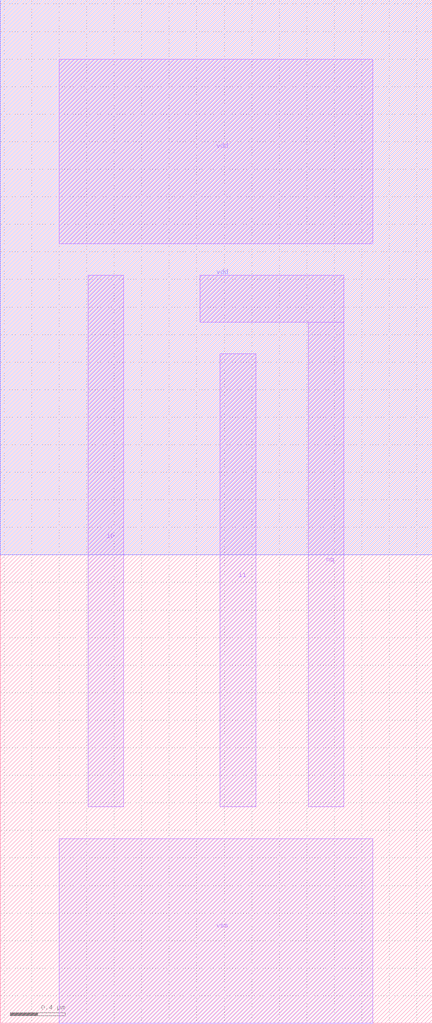
<source format=lef>
VERSION 5.7 ;
  NOWIREEXTENSIONATPIN ON ;
  DIVIDERCHAR "/" ;
  BUSBITCHARS "[]" ;
MACRO nand2_x0
  CLASS BLOCK ;
  FOREIGN nand2_x0 ;
  ORIGIN 0.430 0.000 ;
  SIZE 3.140 BY 7.430 ;
  PIN vss
    ANTENNADIFFAREA 1.107200 ;
    PORT
      LAYER Metal1 ;
        RECT 0.000 0.000 2.280 1.340 ;
    END
  END vss
  PIN vdd
    ANTENNADIFFAREA 1.494400 ;
    PORT
      LAYER Nwell ;
        RECT -0.430 3.400 2.710 7.430 ;
      LAYER Metal1 ;
        RECT 0.000 5.660 2.280 7.000 ;
    END
  END vdd
  PIN i0
    ANTENNAGATEAREA 0.492800 ;
    PORT
      LAYER Metal1 ;
        RECT 0.210 1.570 0.470 5.430 ;
    END
  END i0
  PIN nq
    ANTENNADIFFAREA 0.844800 ;
    PORT
      LAYER Metal1 ;
        RECT 1.025 5.090 2.070 5.430 ;
        RECT 1.810 1.570 2.070 5.090 ;
    END
  END nq
  PIN i1
    ANTENNAGATEAREA 0.492800 ;
    PORT
      LAYER Metal1 ;
        RECT 1.170 1.570 1.430 4.860 ;
    END
  END i1
END nand2_x0
END LIBRARY


</source>
